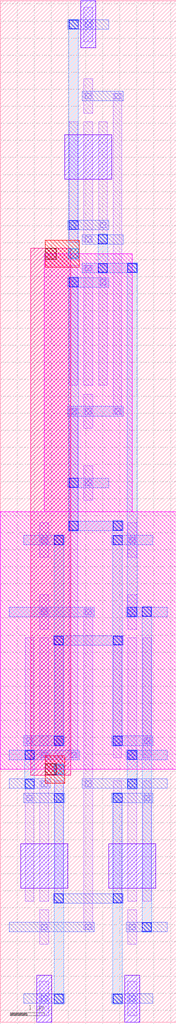
<source format=lef>
VERSION 5.7 ;
  NOWIREEXTENSIONATPIN ON ;
  DIVIDERCHAR "/" ;
  BUSBITCHARS "[]" ;
MACRO Ring_Osc_Analog
  CLASS BLOCK ;
  FOREIGN Ring_Osc_Analog ;
  ORIGIN 0.000 -0.150 ;
  SIZE 5.160 BY 29.940 ;
  OBS
      LAYER pwell ;
        RECT 2.365 28.710 2.795 30.090 ;
        RECT 1.895 24.860 3.265 26.170 ;
      LAYER nwell ;
        RECT 1.290 15.120 3.870 22.680 ;
        RECT 0.000 7.560 5.160 15.120 ;
      LAYER pwell ;
        RECT 0.605 4.070 1.975 5.380 ;
        RECT 3.185 4.070 4.555 5.380 ;
        RECT 1.075 0.150 1.505 1.530 ;
        RECT 3.655 0.150 4.085 1.530 ;
      LAYER li1 ;
        RECT 2.455 28.895 2.705 29.905 ;
        RECT 2.455 26.795 2.705 27.805 ;
        RECT 2.025 23.015 2.275 26.545 ;
        RECT 2.455 23.015 2.705 26.545 ;
        RECT 2.885 23.015 3.135 26.545 ;
        RECT 2.025 18.815 2.275 22.345 ;
        RECT 2.455 18.815 2.705 22.345 ;
        RECT 2.885 18.815 3.135 22.345 ;
        RECT 1.165 13.775 1.415 14.785 ;
        RECT 1.165 11.675 1.415 12.685 ;
        RECT 0.735 7.895 0.985 11.425 ;
        RECT 1.165 7.895 1.415 11.425 ;
        RECT 1.595 7.895 1.845 11.425 ;
        RECT 2.025 7.895 2.275 18.145 ;
        RECT 2.455 17.555 2.705 18.565 ;
        RECT 3.315 17.975 3.565 27.385 ;
        RECT 2.455 15.455 2.705 16.465 ;
        RECT 3.745 13.775 3.995 14.785 ;
        RECT 0.735 3.695 0.985 7.225 ;
        RECT 1.165 3.695 1.415 7.225 ;
        RECT 1.595 3.695 1.845 7.225 ;
        RECT 1.165 2.435 1.415 3.445 ;
        RECT 2.455 2.855 2.705 12.265 ;
        RECT 3.745 11.675 3.995 12.685 ;
        RECT 3.315 7.895 3.565 11.425 ;
        RECT 3.745 7.895 3.995 11.425 ;
        RECT 4.175 7.895 4.425 11.425 ;
        RECT 3.315 3.695 3.565 7.225 ;
        RECT 3.745 3.695 3.995 7.225 ;
        RECT 4.175 3.695 4.425 7.225 ;
        RECT 3.745 2.435 3.995 3.445 ;
        RECT 1.165 0.335 1.415 1.345 ;
        RECT 3.745 0.335 3.995 1.345 ;
      LAYER mcon ;
        RECT 2.495 29.315 2.665 29.485 ;
        RECT 2.495 27.215 2.665 27.385 ;
        RECT 3.355 27.215 3.525 27.385 ;
        RECT 2.065 23.435 2.235 23.605 ;
        RECT 2.495 23.015 2.665 23.185 ;
        RECT 2.925 23.435 3.095 23.605 ;
        RECT 2.065 21.755 2.235 21.925 ;
        RECT 2.495 22.175 2.665 22.345 ;
        RECT 2.925 21.755 3.095 21.925 ;
        RECT 2.065 17.975 2.235 18.145 ;
        RECT 1.205 14.195 1.375 14.365 ;
        RECT 1.205 12.095 1.375 12.265 ;
        RECT 0.775 8.315 0.945 8.485 ;
        RECT 1.205 7.895 1.375 8.065 ;
        RECT 1.635 8.315 1.805 8.485 ;
        RECT 2.495 17.975 2.665 18.145 ;
        RECT 3.355 17.975 3.525 18.145 ;
        RECT 2.495 15.875 2.665 16.045 ;
        RECT 3.785 14.195 3.955 14.365 ;
        RECT 2.065 7.895 2.235 8.065 ;
        RECT 2.495 12.095 2.665 12.265 ;
        RECT 3.785 12.095 3.955 12.265 ;
        RECT 3.355 8.315 3.525 8.485 ;
        RECT 3.785 7.895 3.955 8.065 ;
        RECT 4.215 8.315 4.385 8.485 ;
        RECT 0.775 6.635 0.945 6.805 ;
        RECT 1.205 7.055 1.375 7.225 ;
        RECT 1.635 6.635 1.805 6.805 ;
        RECT 2.495 7.055 2.665 7.225 ;
        RECT 1.205 2.855 1.375 3.025 ;
        RECT 3.355 6.635 3.525 6.805 ;
        RECT 3.785 7.055 3.955 7.225 ;
        RECT 4.215 6.635 4.385 6.805 ;
        RECT 2.495 2.855 2.665 3.025 ;
        RECT 3.785 2.855 3.955 3.025 ;
        RECT 1.205 0.755 1.375 0.925 ;
        RECT 3.785 0.755 3.955 0.925 ;
      LAYER met1 ;
        RECT 1.980 29.260 3.180 29.540 ;
        RECT 2.410 27.160 3.610 27.440 ;
        RECT 1.980 23.380 3.180 23.660 ;
        RECT 2.410 22.960 3.610 23.240 ;
        RECT 2.410 22.120 4.030 22.400 ;
        RECT 1.980 21.700 3.180 21.980 ;
        RECT 1.980 17.920 3.610 18.200 ;
        RECT 1.980 15.820 3.180 16.100 ;
        RECT 1.990 14.560 3.600 14.840 ;
        RECT 0.690 14.140 1.890 14.420 ;
        RECT 3.270 14.140 4.470 14.420 ;
        RECT 0.260 12.040 2.750 12.320 ;
        RECT 3.700 12.040 4.900 12.320 ;
        RECT 1.560 11.200 3.600 11.480 ;
        RECT 0.690 8.260 1.890 8.540 ;
        RECT 3.270 8.260 4.470 8.540 ;
        RECT 0.260 7.840 2.320 8.120 ;
        RECT 3.700 7.840 4.900 8.120 ;
        RECT 0.260 7.000 1.460 7.280 ;
        RECT 2.410 7.000 4.900 7.280 ;
        RECT 0.690 6.580 1.890 6.860 ;
        RECT 3.270 6.580 4.470 6.860 ;
        RECT 1.560 3.640 3.600 3.920 ;
        RECT 0.260 2.800 2.750 3.080 ;
        RECT 3.700 2.800 4.900 3.080 ;
        RECT 0.690 0.700 1.890 0.980 ;
        RECT 3.270 0.700 4.470 0.980 ;
      LAYER via ;
        RECT 2.020 29.270 2.280 29.530 ;
        RECT 2.020 23.390 2.280 23.650 ;
        RECT 2.880 22.970 3.140 23.230 ;
        RECT 2.880 22.130 3.140 22.390 ;
        RECT 3.740 22.130 4.000 22.390 ;
        RECT 2.020 21.710 2.280 21.970 ;
        RECT 2.020 15.830 2.280 16.090 ;
        RECT 2.020 14.570 2.280 14.830 ;
        RECT 3.310 14.570 3.570 14.830 ;
        RECT 1.590 14.150 1.850 14.410 ;
        RECT 3.310 14.150 3.570 14.410 ;
        RECT 3.740 12.050 4.000 12.310 ;
        RECT 4.170 12.050 4.430 12.310 ;
        RECT 1.590 11.210 1.850 11.470 ;
        RECT 3.310 11.210 3.570 11.470 ;
        RECT 1.590 8.270 1.850 8.530 ;
        RECT 3.310 8.270 3.570 8.530 ;
        RECT 0.730 7.850 0.990 8.110 ;
        RECT 3.740 7.850 4.000 8.110 ;
        RECT 0.730 7.010 0.990 7.270 ;
        RECT 3.740 7.010 4.000 7.270 ;
        RECT 1.590 6.590 1.850 6.850 ;
        RECT 3.310 6.590 3.570 6.850 ;
        RECT 1.590 3.650 1.850 3.910 ;
        RECT 3.310 3.650 3.570 3.910 ;
        RECT 4.170 2.810 4.430 3.070 ;
        RECT 1.590 0.710 1.850 0.970 ;
        RECT 3.310 0.710 3.570 0.970 ;
      LAYER met2 ;
        RECT 2.010 22.495 2.290 29.560 ;
        RECT 2.870 22.100 3.150 23.260 ;
        RECT 2.010 14.540 2.290 22.000 ;
        RECT 1.580 8.240 1.860 14.440 ;
        RECT 3.300 8.240 3.580 14.860 ;
        RECT 3.730 12.020 4.010 22.420 ;
        RECT 0.720 6.980 1.000 8.140 ;
        RECT 1.580 0.680 1.860 7.745 ;
        RECT 3.730 6.980 4.010 8.140 ;
        RECT 3.300 0.680 3.580 6.880 ;
        RECT 4.160 2.780 4.440 12.340 ;
      LAYER via2 ;
        RECT 2.010 22.540 2.290 22.820 ;
        RECT 1.580 7.420 1.860 7.700 ;
      LAYER met3 ;
        RECT 1.315 22.280 2.315 23.080 ;
        RECT 1.315 7.160 1.885 7.960 ;
      LAYER via3 ;
        RECT 1.320 22.520 1.640 22.840 ;
        RECT 1.320 7.400 1.640 7.720 ;
      LAYER met4 ;
        RECT 0.890 7.395 2.070 22.845 ;
  END
END Ring_Osc_Analog
END LIBRARY


</source>
